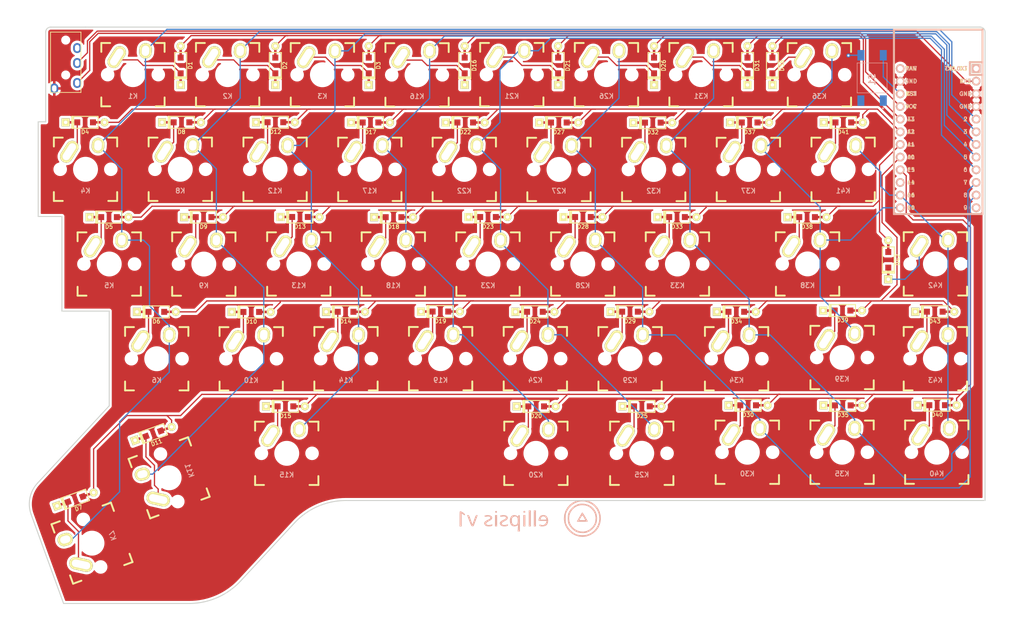
<source format=kicad_pcb>
(kicad_pcb (version 20211014) (generator pcbnew)
  (layers (0 "F.Cu" signal) (31 "B.Cu" signal) (34 "B.Paste" user) (35 "F.Paste" user) (36 "B.SilkS" user "B.Silkscreen") (37 "F.SilkS" user "F.Silkscreen") (38 "B.Mask" user) (39 "F.Mask" user) (44 "Edge.Cuts" user))
  (net 0 "")
  (net 1 "/row0")
  (net 2 "Net-(D1-Pad1)")
  (net 3 "Net-(D2-Pad1)")
  (net 4 "Net-(D3-Pad1)")
  (net 5 "/row1")
  (net 6 "Net-(D4-Pad1)")
  (net 7 "/row2")
  (net 8 "Net-(D5-Pad1)")
  (net 9 "/row3")
  (net 10 "Net-(D6-Pad1)")
  (net 11 "/row4")
  (net 12 "Net-(D7-Pad1)")
  (net 13 "Net-(D8-Pad1)")
  (net 14 "Net-(D9-Pad1)")
  (net 15 "Net-(D10-Pad1)")
  (net 16 "Net-(D11-Pad1)")
  (net 17 "Net-(D12-Pad1)")
  (net 18 "Net-(D13-Pad1)")
  (net 19 "Net-(D14-Pad1)")
  (net 20 "Net-(D15-Pad1)")
  (net 21 "Net-(D16-Pad1)")
  (net 22 "Net-(D17-Pad1)")
  (net 23 "Net-(D18-Pad1)")
  (net 24 "Net-(D19-Pad1)")
  (net 25 "Net-(D20-Pad1)")
  (net 26 "Net-(D21-Pad1)")
  (net 27 "Net-(D22-Pad1)")
  (net 28 "Net-(D23-Pad1)")
  (net 29 "Net-(D24-Pad1)")
  (net 30 "Net-(D25-Pad1)")
  (net 31 "Net-(D26-Pad1)")
  (net 32 "Net-(D27-Pad1)")
  (net 33 "Net-(D28-Pad1)")
  (net 34 "Net-(D29-Pad1)")
  (net 35 "Net-(D30-Pad1)")
  (net 36 "Net-(D31-Pad1)")
  (net 37 "Net-(D32-Pad1)")
  (net 38 "Net-(D33-Pad1)")
  (net 39 "Net-(D34-Pad1)")
  (net 40 "Net-(D35-Pad1)")
  (net 41 "Net-(D36-Pad1)")
  (net 42 "Net-(D37-Pad1)")
  (net 43 "Net-(D38-Pad1)")
  (net 44 "Net-(D39-Pad1)")
  (net 45 "Net-(D41-Pad1)")
  (net 46 "/col0")
  (net 47 "/col1")
  (net 48 "/col2")
  (net 49 "/col3")
  (net 50 "/col4")
  (net 51 "/col5")
  (net 52 "/col6")
  (net 53 "/col7")
  (net 54 "/col8")
  (net 56 "/RST")
  (net 58 "GND")
  (net 59 "/serial")
  (net 60 "Net-(D42-Pad1)")
  (net 61 "Net-(D43-Pad1)")
  (net 62 "VCC")
  (net 67 "Net-(K40-Pad1)")
  (footprint "keyboard_parts:D_SOD123_axial" (layer "F.Cu") (at 54.75 32.5 90)
    (fp_text reference "D1")
    (fp_text value "D_GRV" hide)
  )
  (footprint "keyboard_parts:D_SOD123_axial" (layer "F.Cu") (at 73.75 32.5 90)
    (fp_text reference "D2")
    (fp_text value "D_7" hide)
  )
  (footprint "keyboard_parts:D_SOD123_axial" (layer "F.Cu") (at 92.5 32.5 90)
    (fp_text reference "D3")
    (fp_text value "D_8" hide)
  )
  (footprint "keyboard_parts:D_SOD123_axial" (layer "F.Cu") (at 35.58 43.91)
    (fp_text reference "D4")
    (fp_text value "D_CR1" hide)
  )
  (footprint "keyboard_parts:D_SOD123_axial" (layer "F.Cu") (at 40.38 62.93)
    (fp_text reference "D5")
    (fp_text value "D_CR2" hide)
  )
  (footprint "keyboard_parts:D_SOD123_axial" (layer "F.Cu") (at 49.88 81.94)
    (fp_text reference "D6")
    (fp_text value "D_CR3" hide)
  )
  (footprint "keyboard_parts:D_SOD123_axial" (layer "F.Cu") (at 33.62 119.54 20)
    (fp_text reference "D7")
    (fp_text value "D_TR1" hide)
  )
  (footprint "keyboard_parts:D_SOD123_axial" (layer "F.Cu") (at 54.92 43.91)
    (fp_text reference "D8")
    (fp_text value "D_Y" hide)
  )
  (footprint "keyboard_parts:D_SOD123_axial" (layer "F.Cu") (at 59.35 62.93)
    (fp_text reference "D9")
    (fp_text value "D_H" hide)
  )
  (footprint "keyboard_parts:D_SOD123_axial" (layer "F.Cu") (at 68.92 81.96)
    (fp_text reference "D10")
    (fp_text value "D_N" hide)
  )
  (footprint "keyboard_parts:D_SOD123_axial" (layer "F.Cu") (at 49.27 106.37 20)
    (fp_text reference "D11")
    (fp_text value "D_TR2" hide)
  )
  (footprint "keyboard_parts:D_SOD123_axial" (layer "F.Cu") (at 73.77 43.89)
    (fp_text reference "D12")
    (fp_text value "D_U" hide)
  )
  (footprint "keyboard_parts:D_SOD123_axial" (layer "F.Cu") (at 78.7 62.9)
    (fp_text reference "D13")
    (fp_text value "D_J" hide)
  )
  (footprint "keyboard_parts:D_SOD123_axial" (layer "F.Cu") (at 87.85 81.93)
    (fp_text reference "D14")
    (fp_text value "D_M" hide)
  )
  (footprint "keyboard_parts:D_SOD123_axial" (layer "F.Cu") (at 75.785 100.9)
    (fp_text reference "D15")
    (fp_text value "D_TR3" hide)
  )
  (footprint "keyboard_parts:D_SOD123_axial" (layer "F.Cu") (at 111.75 32.5 90)
    (fp_text reference "D16")
    (fp_text value "D_9" hide)
  )
  (footprint "keyboard_parts:D_SOD123_axial" (layer "F.Cu") (at 92.85 43.94)
    (fp_text reference "D17")
    (fp_text value "D_I" hide)
  )
  (footprint "keyboard_parts:D_SOD123_axial" (layer "F.Cu") (at 97.47 62.94)
    (fp_text reference "D18")
    (fp_text value "D_K" hide)
  )
  (footprint "keyboard_parts:D_SOD123_axial" (layer "F.Cu") (at 106.88 81.88)
    (fp_text reference "D19")
    (fp_text value "D_COMM" hide)
  )
  (footprint "keyboard_parts:D_SOD123_axial" (layer "F.Cu") (at 126.1 100.91)
    (fp_text reference "D20")
    (fp_text value "D_FN" hide)
  )
  (footprint "keyboard_parts:D_SOD123_axial" (layer "F.Cu") (at 130.5 32.5 90)
    (fp_text reference "D21")
    (fp_text value "D_0" hide)
  )
  (footprint "keyboard_parts:D_SOD123_axial" (layer "F.Cu") (at 111.86 43.94)
    (fp_text reference "D22")
    (fp_text value "D_O" hide)
  )
  (footprint "keyboard_parts:D_SOD123_axial" (layer "F.Cu") (at 116.43 62.91)
    (fp_text reference "D23")
    (fp_text value "D_L" hide)
  )
  (footprint "keyboard_parts:D_SOD123_axial" (layer "F.Cu") (at 125.84 81.93)
    (fp_text reference "D24")
    (fp_text value "D_PER" hide)
  )
  (footprint "keyboard_parts:D_SOD123_axial" (layer "F.Cu") (at 147.31 100.9)
    (fp_text reference "D25")
    (fp_text value "D_RCTL" hide)
  )
  (footprint "keyboard_parts:D_SOD123_axial" (layer "F.Cu") (at 149.75 32.5 90)
    (fp_text reference "D26")
    (fp_text value "D_MIN" hide)
  )
  (footprint "keyboard_parts:D_SOD123_axial" (layer "F.Cu") (at 130.64 43.95)
    (fp_text reference "D27")
    (fp_text value "D_P" hide)
  )
  (footprint "keyboard_parts:D_SOD123_axial" (layer "F.Cu") (at 135.48 62.91)
    (fp_text reference "D28")
    (fp_text value "D_COLN" hide)
  )
  (footprint "keyboard_parts:D_SOD123_axial" (layer "F.Cu") (at 144.92 81.91)
    (fp_text reference "D29")
    (fp_text value "D_SLSH" hide)
  )
  (footprint "keyboard_parts:D_SOD123_axial" (layer "F.Cu") (at 168.63 100.69)
    (fp_text reference "D30")
    (fp_text value "D_LEFT" hide)
  )
  (footprint "keyboard_parts:D_SOD123_axial" (layer "F.Cu") (at 168.5 32.5 90)
    (fp_text reference "D31")
    (fp_text value "D_PLS" hide)
  )
  (footprint "keyboard_parts:D_SOD123_axial" (layer "F.Cu") (at 149.5 43.97)
    (fp_text reference "D32")
    (fp_text value "D_LBR" hide)
  )
  (footprint "keyboard_parts:D_SOD123_axial" (layer "F.Cu") (at 154.36 62.92)
    (fp_text reference "D33")
    (fp_text value "D_QUOT" hide)
  )
  (footprint "keyboard_parts:D_SOD123_axial" (layer "F.Cu") (at 166.26 81.93)
    (fp_text reference "D34")
    (fp_text value "D_RSFT" hide)
  )
  (footprint "keyboard_parts:D_SOD123_axial" (layer "F.Cu") (at 187.63 100.71)
    (fp_text reference "D35")
    (fp_text value "D_DOWN" hide)
  )
  (footprint "keyboard_parts:D_SOD123_axial" (layer "F.Cu") (at 173.5 32.5 90)
    (fp_text reference "D36")
    (fp_text value "D_BSPC" hide)
  )
  (footprint "keyboard_parts:D_SOD123_axial" (layer "F.Cu") (at 168.93 43.94)
    (fp_text reference "D37")
    (fp_text value "D_RBR" hide)
  )
  (footprint "keyboard_parts:D_SOD123_axial" (layer "F.Cu") (at 180.46 62.93)
    (fp_text reference "D38")
    (fp_text value "D_ENT" hide)
  )
  (footprint "keyboard_parts:D_SOD123_axial" (layer "F.Cu") (at 187.57 81.68)
    (fp_text reference "D39")
    (fp_text value "D_UP" hide)
  )
  (footprint "keyboard_parts:D_SOD123_axial" (layer "F.Cu") (at 206.56 100.67)
    (fp_text reference "D40")
    (fp_text value "D_RGHT" hide)
  )
  (footprint "keyboard_parts:D_SOD123_axial" (layer "F.Cu") (at 187.73 43.93)
    (fp_text reference "D41")
    (fp_text value "D_BSLS" hide)
  )
  (footprint "keebs:Mx_Alps_100" (layer "F.Cu") (at 64.18 34.34)
    (fp_text reference "K2")
    (fp_text value "KEY_7" hide)
  )
  (footprint "keebs:Mx_Alps_100" (layer "F.Cu") (at 83.2 34.36)
    (fp_text reference "K3")
    (fp_text value "KEY_8" hide)
  )
  (footprint "keebs:Mx_Alps_100" (layer "F.Cu") (at 35.66 53.33)
    (fp_text reference "K4")
    (fp_text value "KEY_CR1" hide)
  )
  (footprint "keebs:Mx_Alps_100" (layer "F.Cu") (at 40.42 72.34)
    (fp_text reference "K5")
    (fp_text value "KEY_CR2" hide)
  )
  (footprint "keebs:Mx_Alps_100" (layer "F.Cu") (at 49.95 91.35)
    (fp_text reference "K6")
    (fp_text value "KEY_CR3" hide)
  )
  (footprint "keebs:Mx_Alps_100" (layer "F.Cu") (at 36.96 128.36 110)
    (fp_text reference "K7")
    (fp_text value "KEY_TR1" hide)
  )
  (footprint "keebs:Mx_Alps_100" (layer "F.Cu") (at 54.68 53.33)
    (fp_text reference "K8")
    (fp_text value "KEY_Y" hide)
  )
  (footprint "keebs:Mx_Alps_100" (layer "F.Cu") (at 59.4 72.35)
    (fp_text reference "K9")
    (fp_text value "KEY_H" hide)
  )
  (footprint "keebs:Mx_Alps_100" (layer "F.Cu") (at 68.91 91.36)
    (fp_text reference "K10")
    (fp_text value "KEY_N" hide)
  )
  (footprint "keebs:Mx_Alps_100" (layer "F.Cu") (at 73.7 53.33)
    (fp_text reference "K12")
    (fp_text value "KEY_U" hide)
  )
  (footprint "keebs:Mx_Alps_100" (layer "F.Cu") (at 78.46 72.33)
    (fp_text reference "K13")
    (fp_text value "KEY_J" hide)
  )
  (footprint "keebs:Mx_Alps_100" (layer "F.Cu") (at 87.93 91.34)
    (fp_text reference "K14")
    (fp_text value "KEY_M" hide)
  )
  (footprint "keebs:Mx_Alps_125" (layer "F.Cu") (at 76.04 110.33)
    (fp_text reference "K15")
    (fp_text value "KEY_TR3" hide)
  )
  (footprint "keebs:Mx_Alps_100" (layer "F.Cu") (at 102.19 34.38)
    (fp_text reference "K16")
    (fp_text value "KEY_9" hide)
  )
  (footprint "keebs:Mx_Alps_100" (layer "F.Cu") (at 92.71 53.34)
    (fp_text reference "K17")
    (fp_text value "KEY_I" hide)
  )
  (footprint "keebs:Mx_Alps_100" (layer "F.Cu") (at 97.43 72.33)
    (fp_text reference "K18")
    (fp_text value "KEY_K" hide)
  )
  (footprint "keebs:Mx_Alps_100" (layer "F.Cu") (at 106.92 91.33)
    (fp_text reference "K19")
    (fp_text value "KEY_COMM" hide)
  )
  (footprint "keebs:Mx_Alps_100" (layer "F.Cu") (at 121.2 34.33)
    (fp_text reference "K21")
    (fp_text value "KEY_0" hide)
  )
  (footprint "keebs:Mx_Alps_100" (layer "F.Cu") (at 111.67 53.35)
    (fp_text reference "K22")
    (fp_text value "KEY_O" hide)
  )
  (footprint "keebs:Mx_Alps_100" (layer "F.Cu") (at 116.43 72.34)
    (fp_text reference "K23")
    (fp_text value "KEY_L" hide)
  )
  (footprint "keebs:Mx_Alps_100" (layer "F.Cu") (at 125.93 91.33)
    (fp_text reference "K24")
    (fp_text value "KEY_PER" hide)
  )
  (footprint "keebs:Mx_Alps_125" (layer "F.Cu") (at 147.28 110.32)
    (fp_text reference "K25")
    (fp_text value "KEY_RCTL" hide)
  )
  (footprint "keebs:Mx_Alps_100" (layer "F.Cu") (at 140.2 34.34)
    (fp_text reference "K26")
    (fp_text value "KEY_MIN" hide)
  )
  (footprint "keebs:Mx_Alps_100" (layer "F.Cu") (at 130.67 53.36)
    (fp_text reference "K27")
    (fp_text value "KEY_P" hide)
  )
  (footprint "keebs:Mx_Alps_100" (layer "F.Cu") (at 135.44 72.34)
    (fp_text reference "K28")
    (fp_text value "KEY_COLN" hide)
  )
  (footprint "keebs:Mx_Alps_100" (layer "F.Cu") (at 144.94 91.35)
    (fp_text reference "K29")
    (fp_text value "KEY_SLSH" hide)
  )
  (footprint "keebs:Mx_Alps_100" (layer "F.Cu") (at 168.47 110.11)
    (fp_text reference "K30")
    (fp_text value "KEY_LEFT" hide)
  )
  (footprint "keebs:Mx_Alps_100" (layer "F.Cu") (at 159.175 34.34)
    (fp_text reference "K31")
    (fp_text value "KEY_PLS" hide)
  )
  (footprint "keebs:Mx_Alps_100" (layer "F.Cu") (at 149.68 53.37)
    (fp_text reference "K32")
    (fp_text value "KEY_LBR" hide)
  )
  (footprint "keebs:Mx_Alps_100" (layer "F.Cu") (at 154.44 72.34)
    (fp_text reference "K33")
    (fp_text value "KEY_QUOT" hide)
  )
  (footprint "keebs:Mx_Alps_125" (layer "F.Cu") (at 166.31 91.35)
    (fp_text reference "K34")
    (fp_text value "KEY_RSFT" hide)
  )
  (footprint "keebs:Mx_Alps_100" (layer "F.Cu") (at 187.48 110.11)
    (fp_text reference "K35")
    (fp_text value "KEY_DOWN" hide)
  )
  (footprint "keebs:Mx_Alps_150" (layer "F.Cu") (at 182.93 34.36)
    (fp_text reference "K36")
    (fp_text value "KEY_BSPC" hide)
  )
  (footprint "keebs:Mx_Alps_100" (layer "F.Cu") (at 168.68 53.36)
    (fp_text reference "K37")
    (fp_text value "KEY_RBR" hide)
  )
  (footprint "keebs:Mx_Alps_175" (layer "F.Cu") (at 180.56 72.32)
    (fp_text reference "K38")
    (fp_text value "KEY_ENT" hide)
  )
  (footprint "keebs:Mx_Alps_100" (layer "F.Cu") (at 206.48 110.1)
    (fp_text reference "K40")
    (fp_text value "KEY_RGHT" hide)
  )
  (footprint "keebs:Mx_Alps_100" (layer "F.Cu") (at 187.69 53.34)
    (fp_text reference "K41")
    (fp_text value "KEY_BSLS" hide)
  )
  (footprint "keebio:TRRS-PJ-320A" (layer "F.Cu") (at 31.69 25.81)
    (fp_text reference "U1")
    (fp_text value "TRRS")
  )
  (footprint "keebs:Mx_Alps_125" (layer "F.Cu") (at 126.04 110.33)
    (fp_text reference "K20")
    (fp_text value "KEY_FN" hide)
  )
  (footprint "keebs:Mx_Alps_100" (layer "F.Cu") (at 45.18 34.34)
    (fp_text reference "K1")
    (fp_text value "KEY_GRV" hide)
  )
  (footprint "keebs:Mx_Alps_125" (layer "F.Cu") (at 52.44 115.24 110)
    (fp_text reference "K11")
    (fp_text value "KEY_TR2" hide)
  )
  (footprint "keyboard_parts:D_SOD123_axial" (layer "F.Cu") (at 196.75 71.5 90)
    (fp_text reference "D42")
    (fp_text value "D_RR1" hide)
  )
  (footprint "keyboard_parts:D_SOD123_axial" (layer "F.Cu") (at 206.08 81.91)
    (fp_text reference "D43")
    (fp_text value "D_RR2" hide)
  )
  (footprint "keebs:Mx_Alps_100" (layer "F.Cu") (at 206.21 72.31)
    (fp_text reference "K42")
    (fp_text value "KEY_RR1" hide)
  )
  (footprint "keebs:Mx_Alps_100" (layer "F.Cu") (at 187.48 91.1)
    (fp_text reference "K39")
    (fp_text value "KEY_UP" hide)
  )
  (footprint "keebs:Mx_Alps_100" (layer "F.Cu") (at 206.2 91.34)
    (fp_text reference "K43")
    (fp_text value "KEY_RR2" hide)
  )
  (footprint "keebio:ArduinoProMicro-USBC-Alibaba" (layer "B.Cu") (at 206.77 47.08475 -90)
    (fp_text reference "U2" hide)
    (fp_text value "ProMicro USBC" hide)
  )
  (footprint "mouser:LL3301NF065QG" (layer "B.Cu") (at 193.5 35 90)
    (fp_text reference "S1")
    (fp_text value "RST_SW" hide)
  )
  (footprint "graphics:emblem_with_version" (layer "B.Cu") (at 124.52 123.39 180)
    (fp_text reference "G***" hide)
    (fp_text value "LOGO" hide)
  )
  (gr_line (start 26.025383 116.31141) (end 40.42 100.8) (layer "Edge.Cuts") (width 0.2))
  (gr_line (start 31.251 140.461) (end 24.752674 122.606051) (layer "Edge.Cuts") (width 0.2))
  (gr_arc (start 215.17 24.8) (mid 215.877107 25.092893) (end 216.17 25.8) (layer "Edge.Cuts") (width 0.2))
  (gr_line (start 216.17 119.8) (end 87.92 119.8003) (layer "Edge.Cuts") (width 0.2))
  (gr_line (start 30.92 62.8) (end 26.17 62.8) (layer "Edge.Cuts") (width 0.2))
  (gr_arc (start 24.752674 122.606051) (mid 24.503453 119.279677) (end 26.025383 116.31141) (layer "Edge.Cuts") (width 0.2))
  (gr_line (start 30.92 81.8) (end 30.92 62.8) (layer "Edge.Cuts") (width 0.2))
  (gr_line (start 27.67 43.8) (end 26.17 43.8) (layer "Edge.Cuts") (width 0.2))
  (gr_line (start 28.67 24.8) (end 35.67 24.8) (layer "Edge.Cuts") (width 0.2))
  (gr_line (start 197.17 24.8) (end 215.17 24.8) (layer "Edge.Cuts") (width 0.2))
  (gr_line (start 40.42 100.8) (end 40.42 81.8) (layer "Edge.Cuts") (width 0.2))
  (gr_line (start 26.17 62.8) (end 26.17 43.8) (layer "Edge.Cuts") (width 0.2))
  (gr_line (start 197.17 24.8) (end 35.67 24.8) (layer "Edge.Cuts") (width 0.2))
  (gr_line (start 27.67 25.8) (end 27.67 43.8) (layer "Edge.Cuts") (width 0.2))
  (gr_arc (start 27.67 25.8) (mid 27.962893 25.092893) (end 28.67 24.8) (layer "Edge.Cuts") (width 0.2))
  (gr_line (start 216.17 25.8) (end 216.17 62.8) (layer "Edge.Cuts") (width 0.2))
  (gr_arc (start 77.589232 124.307154) (mid 82.284476 120.976057) (end 87.92 119.8003) (layer "Edge.Cuts") (width 0.2))
  (gr_arc (start 66.781818 135.953792) (mid 62.086557 139.284928) (end 56.451 140.4607) (layer "Edge.Cuts") (width 0.2))
  (gr_line (start 216.17 62.8) (end 216.17 119.8) (layer "Edge.Cuts") (width 0.2))
  (gr_line (start 40.42 81.8) (end 30.92 81.8) (layer "Edge.Cuts") (width 0.2))
  (gr_line (start 31.251 140.461) (end 56.451 140.4607) (layer "Edge.Cuts") (width 0.2))
  (gr_line (start 66.781818 135.953792) (end 77.589232 124.307154) (layer "Edge.Cuts") (width 0.2))
  (segment (start 130.5 28.6) (end 132.6 26.5) (width 0.25) (layer "F.Cu") (net 1))
  (segment (start 199.15 43.27475) (end 191.75 35.87475) (width 0.25) (layer "F.Cu") (net 1))
  (segment (start 94.6 26.5) (end 95 26.5) (width 0.25) (layer "F.Cu") (net 1))
  (segment (start 175.5 26.6) (end 175.5 26.5) (width 0.25) (layer "F.Cu") (net 1))
  (segment (start 76.25 26.5) (end 56.85 26.5) (width 0.25) (layer "F.Cu") (net 1))
  (segment (start 191.75 27.25) (end 191 26.5) (width 0.25) (layer "F.Cu") (net 1))
  (segment (start 132.75 26.5) (end 114 26.5) (width 0.25) (layer "F.Cu") (net 1))
  (segment (start 113.85 26.5) (end 114 26.5) (width 0.25) (layer "F.Cu") (net 1))
  (segment (start 132.6 26.5) (end 132.75 26.5) (width 0.25) (layer "F.Cu") (net 1))
  (segment (start 149.75 28.6) (end 151.75 26.6) (width 0.25) (layer "F.Cu") (net 1))
  (segment (start 114 26.5) (end 95 26.5) (width 0.25) (layer "F.Cu") (net 1))
  (segment (start 95 26.5) (end 76.25 26.5) (width 0.25) (layer "F.Cu") (net 1))
  (segment (start 175.5 26.5) (end 170.5 26.5) (width 0.25) (layer "F.Cu") (net 1))
  (segment (start 75.85 26.5) (end 76.25 26.5) (width 0.25) (layer "F.Cu") (net 1))
  (segment (start 173.5 28.6) (end 175.5 26.6) (width 0.25) (layer "F.Cu") (net 1))
  (segment (start 111.75 28.6) (end 113.85 26.5) (width 0.25) (layer "F.Cu") (net 1))
  (segment (start 56.85 26.5) (end 54.75 28.6) (width 0.25) (layer "F.Cu") (net 1))
  (segment (start 168.5 28.6) (end 170.5 26.6) (width 0.25) (layer "F.Cu") (net 1))
  (segment (start 191.75 35.87475) (end 191.75 27.25) (width 0.25) (layer "F.Cu") (net 1))
  (segment (start 151.75 26.5) (end 132.75 26.5) (width 0.25) (layer "F.Cu") (net 1))
  (segment (start 191 26.5) (end 175.5 26.5) (width 0.25) (layer "F.Cu") (net 1))
  (segment (start 170.5 26.5) (end 151.75 26.5) (width 0.25) (layer "F.Cu") (net 1))
  (segment (start 73.75 28.6) (end 75.85 26.5) (width 0.25) (layer "F.Cu") (net 1))
  (segment (start 151.75 26.6) (end 151.75 26.5) (width 0.25) (layer "F.Cu") (net 1))
  (segment (start 170.5 26.6) (end 170.5 26.5) (width 0.25) (layer "F.Cu") (net 1))
  (segment (start 92.5 28.6) (end 94.6 26.5) (width 0.25) (layer "F.Cu") (net 1))
  (segment (start 47.25 32.5) (end 53.175 32.5) (width 0.25) (layer "F.Cu") (net 2))
  (segment (start 41.925 30.82) (end 42.485505 31.380505) (width 0.25) (layer "F.Cu") (net 2))
  (segment (start 42.485505 31.380505) (end 46.130505 31.380505) (width 0.25) (layer "F.Cu") (net 2))
  (segment (start 46.130505 31.380505) (end 47.25 32.5) (width 0.25) (layer "F.Cu") (net 2))
  (segment (start 53.175 32.5) (end 54.75 34.075) (width 0.25) (layer "F.Cu") (net 2))
  (segment (start 72.175 32.5) (end 73.75 34.075) (width 0.25) (layer "F.Cu") (net 3))
  (segment (start 65.380505 31.380505) (end 66.5 32.5) (width 0.25) (layer "F.Cu") (net 3))
  (segment (start 60.925 30.82) (end 61.485505 31.380505) (width 0.25) (layer "F.Cu") (net 3))
  (segment (start 61.485505 31.380505) (end 65.380505 31.380505) (width 0.25) (layer "F.Cu") (net 3))
  (segment (start 66.5 32.5) (end 72.175 32.5) (width 0.25) (layer "F.Cu") (net 3))
  (segment (start 83.84 30.84) (end 85.5 32.5) (width 0.25) (layer "F.Cu") (net 4))
  (segment (start 79.945 30.84) (end 83.84 30.84) (width 0.25) (layer "F.Cu") (net 4))
  (segment (start 85.5 32.5) (end 90.925 32.5) (width 0.25) (layer "F.Cu") (net 4))
  (segment (start 90.925 32.5) (end 92.5 34.075) (width 0.25) (layer "F.Cu") (net 4))
  (segment (start 42.34 43.91) (end 39.48 43.91) (width 0.25) (layer "F.Cu") (net 5))
  (segment (start 100 41.25) (end 80.75 41.25) (width 0.25) (layer "F.Cu") (net 5))
  (segment (start 99.44 41.25) (end 100 41.25) (width 0.25) (layer "F.Cu") (net 5))
  (segment (start 118.75 41.25) (end 100 41.25) (width 0.25) (layer "F.Cu") (net 5))
  (segment (start 134.54 43.95) (end 137.24 41.25) (width 0.25) (layer "F.Cu") (net 5))
  (segment (start 175.52 41.25) (end 176 41.25) (width 0.25) (layer "F.Cu") (net 5))
  (segment (start 80.31 41.25) (end 80.75 41.25) (width 0.25) (layer "F.Cu") (net 5))
  (segment (start 191.63 43.93) (end 191.63 42.37) (width 0.25) (layer "F.Cu") (net 5))
  (segment (start 172.83 43.94) (end 175.52 41.25) (width 0.25) (layer "F.Cu") (net 5))
  (segment (start 45 41.25) (end 42.34 43.91) (width 0.25) (layer "F.Cu") (net 5))
  (segment (start 61.48 41.25) (end 61.75 41.25) (width 0.25) (layer "F.Cu") (net 5))
  (segment (start 194.58525 41.25) (end 192.75 41.25) (width 0.25) (layer "F.Cu") (net 5))
  (segment (start 118.45 41.25) (end 118.75 41.25) (width 0.25) (layer "F.Cu") (net 5))
  (segment (start 58.82 43.91) (end 61.48 41.25) (width 0.25) (layer "F.Cu") (net 5))
  (segment (start 96.75 43.94) (end 99.44 41.25) (width 0.25) (layer "F.Cu") (net 5))
  (segment (start 137.24 41.25) (end 138 41.25) (width 0.25) (layer "F.Cu") (net 5))
  (segment (start 61.75 41.25) (end 45 41.25) (width 0.25) (layer "F.Cu") (net 5))
  (segment (start 191.63 42.37) (end 192.75 41.25) (width 0.25) (layer "F.Cu") (net 5))
  (segment (start 138 41.25) (end 118.75 41.25) (width 0.25) (layer "F.Cu") (net 5))
  (segment (start 192.75 41.25) (end 176 41.25) (width 0.25) (layer "F.Cu") (net 5))
  (segment (start 199.15 45.81475) (end 194.58525 41.25) (width 0.25) (layer "F.Cu") (net 5))
  (segment (start 156 41.37) (end 156 41.25) (width 0.25) (layer "F.Cu") (net 5))
  (segment (start 153.4 43.97) (end 156 41.37) (width 0.25) (layer "F.Cu") (net 5))
  (segment (start 176 41.25) (end 156 41.25) (width 0.25) (layer "F.Cu") (net 5))
  (segment (start 156 41.25) (end 138 41.25) (width 0.25) (layer "F.Cu") (net 5))
  (segment (start 77.67 43.89) (end 80.31 41.25) (width 0.25) (layer "F.Cu") (net 5))
  (segment (start 115.76 43.94) (end 118.45 41.25) (width 0.25) (layer "F.Cu") (net 5))
  (segment (start 80.75 41.25) (end 61.75 41.25) (width 0.25) (layer "F.Cu") (net 5))
  (segment (start 34.005 48.21) (end 32.405 49.81) (width 0.25) (layer "F.Cu") (net 6))
  (segment (start 34.005 43.91) (end 34.005 48.21) (width 0.25) (layer "F.Cu") (net 6))
  (segment (start 103.5 60.75) (end 84.75 60.75) (width 0.25) (layer "F.Cu") (net 7))
  (segment (start 65.5 60.75) (end 49 60.75) (width 0.25) (layer "F.Cu") (net 7))
  (segment (start 49 60.75) (end 46.82 62.93) (width 0.25) (layer "F.Cu") (net 7))
  (segment (start 84.75 60.75) (end 65.5 60.75) (width 0.25) (layer "F.Cu") (net 7))
  (segment (start 195 65.85) (end 195 59.25) (width 0.25) (layer "F.Cu") (net 7))
  (segment (start 195 59.5) (end 193.75 60.75) (width 0.25) (layer "F.Cu") (net 7))
  (segment (start 122.75 60.75) (end 103.5 60.75) (width 0.25) (layer "F.Cu") (net 7))
  (segment (start 101.37 62.94) (end 103.5 60.81) (width 0.25) (layer "F.Cu") (net 7))
  (segment (start 187 60.75) (end 160.25 60.75) (width 0.25) (layer "F.Cu") (net 7))
  (segment (start 65.43 60.75) (end 65.5 60.75) (width 0.25) (layer "F.Cu") (net 7))
  (segment (start 195 52.50475) (end 195 59.25) (width 0.25) (layer "F.Cu") (net 7))
  (segment (start 195 59.25) (end 195 59.5) (width 0.25) (layer "F.Cu") (net 7))
  (segment (start 184.36 62.93) (end 186.54 60.75) (width 0.25) (layer "F.Cu") (net 7))
  (segment (start 139.38 62.91) (end 141.5 60.79) (width 0.25) (layer "F.Cu") (net 7))
  (segment (start 141.5 60.79) (end 141.5 60.75) (width 0.25) (layer "F.Cu") (net 7))
  (segment (start 193.75 60.75) (end 187 60.75) (width 0.25) (layer "F.Cu") (net 7))
  (segment (start 63.25 62.93) (end 65.43 60.75) (width 0.25) (layer "F.Cu") (net 7))
  (segment (start 141.5 60.75) (end 122.75 60.75) (width 0.25) (layer "F.Cu") (net 7))
  (segment (start 122.49 60.75) (end 122.75 60.75) (width 0.25) (layer "F.Cu") (net 7))
  (segment (start 186.54 60.75) (end 187 60.75) (width 0.25) (layer "F.Cu") (net 7))
  (segment (start 120.33 62.91) (end 122.49 60.75) (width 0.25) (layer "F.Cu") (net 7))
  (segment (start 160.25 60.75) (end 141.5 60.75) (width 0.25) (layer "F.Cu") (net 7))
  (segment (start 46.82 62.93) (end 44.28 62.93) (width 0.25) (layer "F.Cu") (net 7))
  (segment (start 196.75 67.6) (end 195 65.85) (width 0.25) (layer "F.Cu") (net 7))
  (segment (start 158.26 62.92) (end 160.25 60.93) (width 0.25) (layer "F.Cu") (net 7))
  (segment (start 82.6 62.9) (end 84.75 60.75) (width 0.25) (layer "F.Cu") (net 7))
  (segment (start 160.25 60.93) (end 160.25 60.75) (width 0.25) (layer "F.Cu") (net 7))
  (segment (start 199.15 48.35475) (end 195 52.50475) (width 0.25) (layer "F.Cu") (net 7))
  (segment (start 103.5 60.81) (end 103.5 60.75) (width 0.25) (layer "F.Cu") (net 7))
  (segment (start 38.805 62.93) (end 38.805 67.18) (width 0.25) (layer "F.Cu") (net 8))
  (segment (start 38.805 67.18) (end 37.165 68.82) (width 0.25) (layer "F.Cu") (net 8))
  (segment (start 195.5 54.54475) (end 195.5 64) (width 0.25) (layer "F.Cu") (net 9))
  (segment (start 131.75 79.75) (end 113.5 79.75) (width 0.25) (layer "F.Cu") (net 9))
  (segment (start 131.75 79.92) (end 131.75 79.75) (width 0.25) (layer "F.Cu") (net 9))
  (segment (start 91.75 81.93) (end 93.75 79.93) (width 0.25) (layer "F.Cu") (net 9))
  (segment (start 113.5 79.75) (end 93.75 79.75) (width 0.25) (layer "F.Cu") (net 9))
  (segment (start 195.25 79.75) (end 193.25 79.75) (width 0.25) (layer "F.Cu") (net 9))
  (segment (start 172.34 79.75) (end 172.5 79.75) (width 0.25) (layer "F.Cu") (net 9))
  (segment (start 195.5 64) (end 198.5 67) (width 0.25) (layer "F.Cu") (net 9))
  (segment (start 195.25 79.75) (end 207.82 79.75) (width 0.25) (layer "F.Cu") (net 9))
  (segment (start 57.81 81.94) (end 53.78 81.94) (width 0.25) (layer "F.Cu") (net 9))
  (segment (start 148.82 81.91) (end 150.98 79.75) (width 0.25) (layer "F.Cu") (net 9))
  (segment (start 199.15 50.89475) (end 195.5 54.54475) (width 0.25) (layer "F.Cu") (net 9))
  (segment (start 150.98 79.75) (end 151 79.75) (width 0.25) (layer "F.Cu") (net 9))
  (segment (start 170.16 81.93) (end 172.34 79.75) (width 0.25) (layer "F.Cu") (net 9))
  (segment (start 207.82 79.75) (end 209.98 81.91) (width 0.25) (layer "F.Cu") (net 9))
  (segment (start 193.25 79.9) (end 193.25 79.75) (width 0.25) (layer "F.Cu") (net 9))
  (segment (start 72.82 81.96) (end 74.75 80.03) (width 0.25) (layer "F.Cu") (net 9))
  (segment (start 74.75 80.03) (end 74.75 79.75) (width 0.25) (layer "F.Cu") (net 9))
  (segment (start 93.75 79.93) (end 93.75 79.75) (width 0.25) (layer "F.Cu") (net 9))
  (segment (start 110.78 81.88) (end 112.91 79.75) (width 0.25) (layer "F.Cu") (net 9))
  (segment (start 74.75 79.75) (end 60 79.75) (width 0.25) (layer "F.Cu") (net 9))
  (segment (start 112.91 79.75) (end 113.5 79.75) (width 0.25) (layer "F.Cu") (net 9))
  (segment (start 151 79.75) (end 131.75 79.75) (width 0.25) (layer "F.Cu") (net 9))
  (segment (start 93.75 79.75) (end 74.75 79.75) (width 0.25) (layer "F.Cu") (net 9))
  (segment (start 191.47 81.68) (end 193.25 79.9) (width 0.25) (layer "F.Cu") (net 9))
  (segment (start 60 79.75) (end 57.81 81.94) (width 0.25) (layer "F.Cu") (net 9))
  (segment (start 129.74 81.93) (end 131.75 79.92) (width 0.25) (layer "F.Cu") (net 9))
  (segment (start 193.25 79.75) (end 172.5 79.75) (width 0.25) (layer "F.Cu") (net 9))
  (segment (start 198.5 76.5) (end 195.25 79.75) (width 0.25) (layer "F.Cu") (net 9))
  (segment (start 172.5 79.75) (end 151 79.75) (width 0.25) (layer "F.Cu") (net 9))
  (segment (start 198.5 67) (end 198.5 76.5) (width 0.25) (layer "F.Cu") (net 9))
  (segment (start 48.305 86.22) (end 46.695 87.83) (width 0.25) (layer "F.Cu") (net 10))
  (segment (start 48.305 81.94) (end 48.305 86.22) (width 0.25) (layer "F.Cu") (net 10))
  (segment (start 191.53 100.71) (end 193.74 98.5) (width 0.25) (layer "F.Cu") (net 11))
  (segment (start 52.934801 103.684801) (end 52 102.75) (width 0.25) (layer "F.Cu") (net 11))
  (segment (start 172.53 100.69) (end 174.72 98.5) (width 0.25) (layer "F.Cu") (net 11))
  (segment (start 201.75 63.5) (end 211.75 63.5) (width 0.25) (layer "F.Cu") (net 11))
  (segment (start 37.284801 109.465199) (end 37.284801 118.206121) (width 0.25) (layer "F.Cu") (net 11))
  (segment (start 174.72 98.5) (end 175 98.5) (width 0.25) (layer "F.Cu") (net 11))
  (segment (start 54.75 102.75) (end 52 102.75) (width 0.25) (layer "F.Cu") (net 11))
  (segment (start 132.75 98.5) (end 82.25 98.5) (width 0.25) (layer "F.Cu") (net 11))
  (segment (start 200.3513 54.63605) (end 200.3513 62.1013) (width 0.25) (layer "F.Cu") (net 11))
  (segment (start 210.46 99.29) (end 211.375 98.375) (width 0.25) (layer "F.Cu") (net 11))
  (segment (start 52 102.75) (end 44 102.75) (width 0.25) (layer "F.Cu") (net 11))
  (segment (start 213.25 65) (end 213.25 96.5) (width 0.25) (layer "F.Cu") (net 11))
  (segment (start 82.25 98.5) (end 59 98.5) (width 0.25) (layer "F.Cu") (net 11))
  (segment (start 153.5 98.61) (end 153.5 98.5) (width 0.25) (layer "F.Cu") (net 11))
  (segment (start 213.25 96.5) (end 211.375 98.375) (width 0.25) (layer "F.Cu") (net 11))
  (segment (start 44 102.75) (end 37.284801 109.465199) (width 0.25) (layer "F.Cu") (net 11))
  (segment (start 199.15 53.43475) (end 200.3513 54.63605) (width 0.25) (layer "F.Cu") (net 11))
  (segment (start 52.934801 105.036121) (end 52.934801 103.684801) (width 0.25) (layer "F.Cu") (net 11))
  (segment (start 211.375 98.375) (end 211.25 98.5) (width 0.25) (layer "F.Cu") (net 11))
  (segment (start 194 98.5) (end 175 98.5) (width 0.25) (layer "F.Cu") (net 11))
  (segment (start 200.3513 62.1013) (end 201.75 63.5) (width 0.25) (layer "F.Cu") (net 11))
  (segment (start 153.5 98.5) (end 132.75 98.5) (width 0.25) (layer "F.Cu") (net 11))
  (segment (start 211.75 63.5) (end 213.25 65) (width 0.25) (layer "F.Cu") (net 11))
  (segment (start 151.21 100.9) (end 153.5 98.61) (width 0.25) (layer "F.Cu") (net 11))
  (segment (start 193.74 98.5) (end 194 98.5) (width 0.25) (layer "F.Cu") (net 11))
  (segment (start 79.685 100.9) (end 82.085 98.5) (width 0.25) (layer "F.Cu") (net 11))
  (segment (start 175 98.5) (end 153.5 98.5) (width 0.25) (layer "F.Cu") (net 11))
  (segment (start 130 100.91) (end 132.41 98.5) (width 0.25) (layer "F.Cu") (net 11))
  (segment (start 59 98.5) (end 54.75 102.75) (width 0.25) (layer "F.Cu") (net 11))
  (segment (start 210.46 100.67) (end 210.46 99.29) (width 0.25) (layer "F.Cu") (net 11))
  (segment (start 211.25 98.5) (end 194 98.5) (width 0.25) (layer "F.Cu") (net 11))
  (segment (start 132.41 98.5) (end 132.75 98.5) (width 0.25) (layer "F.Cu") (net 11))
  (segment (start 82.085 98.5) (end 82.25 98.5) (width 0.25) (layer "F.Cu") (net 11))
  (segment (start 34.25 126) (end 34.25 132.107052) (width 0.25) (layer "F.Cu") (net 12))
  (segment (start 32.139984 120.078682) (end 32.139984 123.889984) (width 0.25) (layer "F.Cu") (net 12))
  (segment (start 34.25 132.107052) (end 34.765558 132.62261) (width 0.25) (layer "F.Cu") (net 12))
  (segment (start 32.139984 123.889984) (end 34.25 126) (width 0.25) (layer "F.Cu") (net 12))
  (segment (start 53.345 47.89) (end 51.425 49.81) (width 0.25) (layer "F.Cu") (net 13))
  (segment (start 53.345 43.91) (end 53.345 47.89) (width 0.25) (layer "F.Cu") (net 13))
  (segment (start 57.775 62.93) (end 57.775 67.2) (width 0.25) (layer "F.Cu") (net 14))
  (segment (start 57.775 67.2) (end 56.145 68.83) (width 0.25) (layer "F.Cu") (net 14))
  (segment (start 67.345 86.15) (end 65.655 87.84) (width 0.25) (layer "F.Cu") (net 15))
  (segment (start 67.345 81.96) (end 67.345 86.15) (width 0.25) (layer "F.Cu") (net 15))
  (segment (start 47.789984 106.908682) (end 47.789984 111.039984) (width 0.25) (layer "F.Cu") (net 16))
  (segment (start 50.245558 117.495558) (end 50.245558 119.50261) (width 0.25) (layer "F.Cu") (net 16))
  (segment (start 47.789984 111.039984) (end 49.5 112.75) (width 0.25) (layer "F.Cu") (net 16))
  (segment (start 49.5 112.75) (end 49.5 116.75) (width 0.25) (layer "F.Cu") (net 16))
  (segment (start 49.5 116.75) (end 50.245558 117.495558) (width 0.25) (layer "F.Cu") (net 16))
  (segment (start 72.195 43.89) (end 72.195 48.06) (width 0.25) (layer "F.Cu") (net 17))
  (segment (start 72.195 48.06) (end 70.445 49.81) (width 0.25) (layer "F.Cu") (net 17))
  (segment (start 77.125 66.89) (end 75.205 68.81) (width 0.25) (layer "F.Cu") (net 18))
  (segment (start 77.125 62.9) (end 77.125 66.89) (width 0.25) (layer "F.Cu") (net 18))
  (segment (start 86.275 86.22) (end 84.675 87.82) (width 0.25) (layer "F.Cu") (net 19))
  (segment (start 86.275 81.93) (end 86.275 86.22) (width 0.25) (layer "F.Cu") (net 19))
  (segment (start 74.21 100.9) (end 74.21 105.385) (width 0.25) (layer "F.Cu") (net 20))
  (segment (start 74.21 105.385) (end 72.785 106.81) (width 0.25) (layer "F.Cu") (net 20))
  (segment (start 99.4977 31.4227) (end 103.1727 31.4227) (width 0.25) (layer "F.Cu") (net 21))
  (segment (start 98.935 30.86) (end 99.4977 31.4227) (width 0.25) (layer "F.Cu") (net 21))
  (segment (start 104.25 32.5) (end 110.175 32.5) (width 0.25) (layer "F.Cu") (net 21))
  (segment (start 103.1727 31.4227) (end 104.25 32.5) (width 0.25) (layer "F.Cu") (net 21))
  (segment (start 110.175 32.5) (end 111.75 34.075) (width 0.25) (layer "F.Cu") (net 21))
  (segment (start 91.275 48) (end 89.455 49.82) (width 0.25) (layer "F.Cu") (net 22))
  (segment (start 91.275 43.94) (end 91.275 48) (width 0.25) (layer "F.Cu") (net 22))
  (segment (start 95.895 67.09) (end 94.175 68.81) (width 0.25) (layer "F.Cu") (net 23))
  (segment (start 95.895 62.94) (end 95.895 67.09) (width 0.25) (layer "F.Cu") (net 23))
  (segment (start 105.305 81.88) (end 105.305 86.17) (width 0.25) (layer "F.Cu") (net 24))
  (segment (start 105.305 86.17) (end 103.665 87.81) (width 0.25) (layer "F.Cu") (net 24))
  (segment (start 124.525 105.07) (end 122.785 106.81) (width 0.25) (layer "F.Cu") (net 25))
  (segment (start 124.525 100.91) (end 124.525 105.07) (width 0.25) (layer "F.Cu") (net 25))
  (segment (start 123.25 32.5) (end 128.925 32.5) (width 0.25) (layer "F.Cu") (net 26))
  (segment (start 121.56 30.81) (end 123.25 32.5) (width 0.25) (layer "F.Cu") (net 26))
  (segment (start 117.945 30.81) (end 121.56 30.81) (width 0.25) (layer "F.Cu") (net 26))
  (segment (start 128.925 32.5) (end 130.5 34.075) (width 0.25) (layer "F.Cu") (net 26))
  (segment (start 110.285 47.96) (end 108.415 49.83) (width 0.25) (layer "F.Cu") (net 27))
  (segment (start 110.285 43.94) (end 110.285 47.96) (width 0.25) (layer "F.Cu") (net 27))
  (segment (start 114.855 67.14) (end 113.175 68.82) (width 0.25) (layer "F.Cu") (net 28))
  (segment (start 114.855 62.91) (end 114.855 67.14) (width 0.25) (layer "F.Cu") (net 28))
  (segment (start 124.265 81.93) (end 124.265 86.22) (width 0.25) (layer "F.Cu") (net 29))
  (segment (start 124.265 86.22) (end 122.675 87.81) (width 0.25) (layer "F.Cu") (net 29))
  (segment (start 145.735 100.9) (end 145.735 105.09) (width 0.25) (layer "F.Cu") (net 30))
  (segment (start 145.735 105.09) (end 144.025 106.8) (width 0.25) (layer "F.Cu") (net 30))
  (segment (start 136.945 30.82) (end 140.57 30.82) (width 0.25) (layer "F.Cu") (net 31))
  (segment (start 148.175 32.5) (end 149.75 34.075) (width 0.25) (layer "F.Cu") (net 31))
  (segment (start 140.57 30.82) (end 142.25 32.5) (width 0.25) (layer "F.Cu") (net 31))
  (segment (start 142.25 32.5) (end 148.175 32.5) (width 0.25) (layer "F.Cu") (net 31))
  (segment (start 129.065 48.19) (end 127.415 49.84) (width 0.25) (layer "F.Cu") (net 32))
  (segment (start 129.065 43.95) (end 129.065 48.19) (width 0.25) (layer "F.Cu") (net 32))
  (segment (start 133.905 67.1) (end 132.185 68.82) (width 0.25) (layer "F.Cu") (net 33))
  (segment (start 133.905 62.91) (end 133.905 67.1) (width 0.25) (layer "F.Cu") (net 33))
  (segment (start 143.345 86.17) (end 141.685 87.83) (width 0.25) (layer "F.Cu") (net 34))
  (segment (start 143.345 81.91) (end 143.345 86.17) (width 0.25) (layer "F.Cu") (net 34))
  (segment (start 167.055 104.75) (end 165.215 106.59) (width 0.25) (layer "F.Cu") (net 35))
  (segment (start 167.055 100.69) (end 167.055 104.75) (width 0.25) (layer "F.Cu") (net 35))
  (segment (start 159.57 30.82) (end 161.25 32.5) (width 0.25) (layer "F.Cu") (net 36))
  (segment (start 161.25 32.5) (end 166.925 32.5) (width 0.25) (layer "F.Cu") (net 36))
  (segment (start 155.92 30.82) (end 159.57 30.82) (width 0.25) (layer "F.Cu") (net 36))
  (segment (start 166.925 32.5) (end 168.5 34.075) (width 0.25) (layer "F.Cu") (net 36))
  (segment (start 147.925 43.97) (end 147.925 48.35) (width 0.25) (layer "F.Cu") (net 37))
  (segment (start 147.925 48.35) (end 146.425 49.85) (width 0.25) (layer "F.Cu") (net 37))
  (segment (start 152.785 67.22) (end 151.185 68.82) (width 0.25) (layer "F.Cu") (net 38))
  (segment (start 152.785 62.92) (end 152.785 67.22) (width 0.25) (layer "F.Cu") (net 38))
  (segment (start 164.685 86.2) (end 163.055 87.83) (width 0.25) (layer "F.Cu") (net 39))
  (segment (start 164.685 81.93) (end 164.685 86.2) (width 0.25) (layer "F.Cu") (net 39))
  (segment (start 186.055 104.76) (end 184.225 106.59) (width 0.25) (layer "F.Cu") (net 40))
  (segment (start 186.055 100.71) (end 186.055 104.76) (width 0.25) (layer "F.Cu") (net 40))
  (segment (start 176.735 30.84) (end 179.675 30.84) (width 0.25) (layer "F.Cu") (net 41))
  (segment (start 173.5 34.075) (end 176.735 30.84) (width 0.25) (layer "F.Cu") (net 41))
  (segment (start 167.355 43.94) (end 167.355 47.91) (width 0.25) (layer "F.Cu") (net 42))
  (segment (start 167.355 47.91) (end 165.425 49.84) (width 0.25) (layer "F.Cu") (net 42))
  (segment (start 178.885 67.22) (end 177.305 68.8) (width 0.25) (layer "F.Cu") (net 43))
  (segment (start 178.885 62.93) (end 178.885 67.22) (width 0.25) (layer "F.Cu") (net 43))
  (segment (start 185.995 85.81) (end 184.225 87.58) (width 0.25) (layer "F.Cu") (net 44))
  (segment (start 185.995 81.68) (end 185.995 85.81) (width 0.25) (layer "F.Cu") (net 44))
  (segment (start 186.155 48.1) (end 184.435 49.82) (width 0.25) (layer "F.Cu") (net 45))
  (segment (start 186.155 43.93) (end 186.155 48.1) (width 0.25) (layer "F.Cu") (net 45))
  (segment (start 38.18 48.54) (end 47.7 39.02) (width 0.25) (layer "B.Cu") (net 46))
  (segment (start 207 25.25) (end 52 25.25) (width 0.25) (layer "B.Cu") (net 46))
  (segment (start 48.5 80.75) (end 48.5 68.75) (width 0.25) (layer "B.Cu") (net 46))
  (segment (start 52.47 84.72) (end 48.5 80.75) (width 0.25) (layer "B.Cu") (net 46))
  (segment (start 42.5 104) (end 52.47 94.03) (width 0.25) (layer "B.Cu") (net 46))
  (segment (start 52.47 86.56) (end 52.47 84.72) (width 0.25) (layer "B.Cu") (net 46))
  (segment (start 47.3 67.55) (end 42.94 67.55) (width 0.25) (layer "B.Cu") (net 46))
  (segment (start 52 25.25) (end 47.7 29.55) (width 0.25) (layer "B.Cu") (net 46))
  (segment (start 47.7 39.02) (end 47.7 29.55) (width 0.25) (layer "B.Cu") (net 46))
  (segment (start 214.39 43.27475) (end 209.5 38.38475) (width 0.25) (layer "B.Cu") (net 46))
  (segment (start 209.5 38.38475) (end 209.5 27.75) (width 0.25) (layer "B.Cu") (net 46))
  (segment (start 42.5 118.042585) (end 42.5 104) (width 0.25) (layer "B.Cu") (net 46))
  (segment (start 48.5 68.75) (end 47.3 67.55) (width 0.25) (layer "B.Cu") (net 46))
  (segment (start 42.94 67.55) (end 42.94 53.3) (width 0.25) (layer "B.Cu") (net 46))
  (segment (start 209.5 27.75) (end 207 25.25) (width 0.25) (layer "B.Cu") (net 46))
  (segment (start 32.912334 127.630251) (end 42.5 118.042585) (width 0.25) (layer "B.Cu") (net 46))
  (segment (start 52.47 94.03) (end 52.47 86.56) (width 0.25) (layer "B.Cu") (net 46))
  (segment (start 42.94 53.3) (end 38.18 48.54) (width 0.25) (layer "B.Cu") (net 46))
  (segment (start 31.596982 127.630251) (end 32.912334 127.630251) (width 0.25) (layer "B.Cu") (net 46))
  (segment (start 209 28.25) (end 206.45 25.7) (width 0.25) (layer "B.Cu") (net 47))
  (segment (start 214.39 45.81475) (end 209 40.42475) (width 0.25) (layer "B.Cu") (net 47))
  (segment (start 71.43 77.07) (end 61.92 67.56) (width 0.25) (layer "B.Cu") (net 47))
  (segment (start 209 40.42475) (end 209 28.25) (width 0.25) (layer "B.Cu") (net 47))
  (segment (start 71.43 92.190133) (end 71.43 86.57) (width 0.25) (layer "B.Cu") (net 47))
  (segment (start 66.7 39.04) (end 66.7 29.55) (width 0.25) (layer "B.Cu") (net 47))
  (segment (start 206.45 25.7) (end 70.55 25.7) (width 0.25) (layer "B.Cu") (net 47))
  (segment (start 47.076982 114.510251) (end 49.109882 114.510251) (width 0.25) (layer "B.Cu") (net 47))
  (segment (start 71.43 86.57) (end 71.43 77.07) (width 0.25) (layer "B.Cu") (net 47))
  (segment (start 49.109882 114.510251) (end 71.43 92.190133) (width 0.25) (layer "B.Cu") (net 47))
  (segment (start 61.92 67.56) (end 61.92 53.26) (width 0.25) (layer "B.Cu") (net 47))
  (segment (start 70.55 25.7) (end 66.7 29.55) (width 0.25) (layer "B.Cu") (net 47))
  (segment (start 57.2 48.54) (end 66.7 39.04) (width 0.25) (layer "B.Cu") (net 47))
  (segment (start 61.92 53.26) (end 57.2 48.54) (width 0.25) (layer "B.Cu") (net 47))
  (segment (start 90.45 93.65) (end 90.45 86.55) (width 0.25) (layer "B.Cu") (net 48))
  (segment (start 208.5 28.386396) (end 206.263604 26.15) (width 0.25) (layer "B.Cu") (net 48))
  (segment (start 78.71 48.54) (end 85.72 41.53) (width 0.25) (layer "B.Cu") (net 48))
  (segment (start 78.56 105.54) (end 90.45 93.65) (width 0.25) (layer "B.Cu") (net 48))
  (segment (start 76.22 48.54) (end 78.71 48.54) (width 0.25) (layer "B.Cu") (net 48))
  (segment (start 90.45 77.506314) (end 80.98 68.036314) (width 0.25) (layer "B.Cu") (net 48))
  (segment (start 88.33 29.57) (end 85.72 29.57) (width 0.25) (layer "B.Cu") (net 48))
  (segment (start 80.98 68.036314) (end 80.98 67.54) (width 0.25) (layer "B.Cu") (net 48))
  (segment (start 208.5 42.46475) (end 208.5 28.386396) (width 0.25) (layer "B.Cu") (net 48))
  (segment (start 90.45 86.55) (end 90.45 77.506314) (width 0.25) (layer "B.Cu") (net 48))
  (segment (start 85.72 41.53) (end 85.72 29.57) (width 0.25) (layer "B.Cu") (net 48))
  (segment (start 91.75 26.15) (end 88.33 29.57) (width 0.25) (layer "B.Cu") (net 48))
  (segment (start 80.98 53.796314) (end 76.22 49.036314) (width 0.25) (layer "B.Cu") (net 48))
  (segment (start 80.98 67.54) (end 80.98 53.796314) (width 0.25) (layer "B.Cu") (net 48))
  (segment (start 76.22 49.036314) (end 76.22 48.54) (width 0.25) (layer "B.Cu") (net 48))
  (segment (start 206.263604 26.15) (end 91.75 26.15) (width 0.25) (layer "B.Cu") (net 48))
  (segment (start 214.39 48.35475) (end 208.5 42.46475) (width 0.25) (layer "B.Cu") (net 48))
  (segment (start 109.44 77.03) (end 99.95 67.54) (width 0.25) (layer "B.Cu") (net 49))
  (segment (start 99.95 53.27) (end 95.23 48.55) (width 0.25) (layer "B.Cu") (net 49))
  (segment (start 208 29.25) (end 205.35 26.6) (width 0.25) (layer "B.Cu") (net 49))
  (segment (start 214.39 50.89475) (end 208 44.50475) (width 0.25) (layer "B.Cu") (net 49))
  (segment (start 128.56 105.54) (end 128.56 103.750672) (width 0.25) (layer "B.Cu") (net 49))
  (segment (start 111.349328 86.54) (end 109.44 86.54) (width 0.25) (layer "B.Cu") (net 49))
  (segment (start 95.23 48.55) (end 104.71 39.07) (width 0.25) (layer "B.Cu") (net 49))
  (segment (start 128.56 103.750672) (end 111.349328 86.54) (width 0.25) (layer "B.Cu") (net 49))
  (segment (start 109.44 86.54) (end 109.44 77.03) (width 0.25) (layer "B.Cu") (net 49))
  (segment (start 99.95 67.54) (end 99.95 53.27) (width 0.25) (layer "B.Cu") (net 49))
  (segment (start 205.35 26.6) (end 107.7 26.6) (width 0.25) (layer "B.Cu") (net 49))
  (segment (start 107.7 26.6) (end 104.71 29.59) (width 0.25) (layer "B.Cu") (net 49))
  (segment (start 104.71 39.07) (end 104.71 29.59) (width 0.25) (layer "B.Cu") (net 49))
  (segment (start 208 44.50475) (end 208 29.25) (width 0.25) (layer "B.Cu") (net 49))
  (segment (start 122.639867 29.54) (end 123.72 29.54) (width 0.25) (layer "B.Cu") (net 50))
  (segment (start 214.39 53.43475) (end 207.431802 46.476552) (width 0.25) (layer "B.Cu") (net 50))
  (segment (start 129 27.05) (end 126.51 29.54) (width 0.25) (layer "B.Cu") (net 50))
  (segment (start 128.45 77.546314) (end 118.95 68.046314) (width 0.25) (layer "B.Cu") (net 50))
  (segment (start 118.95 68.046314) (end 118.95 67.55) (width 0.25) (layer "B.Cu") (net 50))
  (segment (start 114.19 48.56) (end 118.831099 43.918901) (width 0.25) (layer "B.Cu") (net 50))
  (segment (start 149.8 105.53) (end 149.8 105.220948) (width 0.25) (layer "B.Cu") (net 50))
  (segment (start 205.163604 27.05) (end 129 27.05) (width 0.25) (layer "B.Cu") (net 50))
  (segment (start 149.8 105.220948) (end 131.119052 86.54) (width 0.25) (layer "B.Cu") (net 50))
  (segment (start 118.831099 43.918901) (end 118.831099 33.348768) (width 0.25) (layer "B.Cu") (net 50))
  (segment (start 207.431802 46.476552) (end 207.431802 29.318198) (width 0.25) (layer "B.Cu") (net 50))
  (segment (start 118.831099 33.348768) (end 122.639867 29.54) (width 0.25) (layer "B.Cu") (net 50))
  (segment (start 118.95 53.32) (end 114.19 48.56) (width 0.25) (layer "B.Cu") (net 50))
  (segment (start 128.45 86.54) (end 128.45 77.546314) (width 0.25) (layer "B.Cu") (net 50))
  (segment (start 207.431802 29.318198) (end 205.163604 27.05) (width 0.25) (layer "B.Cu") (net 50))
  (segment (start 118.95 67.55) (end 118.95 53.32) (width 0.25) (layer "B.Cu") (net 50))
  (segment (start 126.51 29.54) (end 123.72 29.54) (width 0.25) (layer "B.Cu") (net 50))
  (segment (start 131.119052 86.54) (end 128.45 86.54) (width 0.25) (layer "B.Cu") (net 50))
  (segment (start 213.1887 59.71605) (end 213.1887 115.0613) (width 0.25) (layer "B.Cu") (net 51))
  (segment (start 213.1887 115.0613) (end 211 117.25) (width 0.25) (layer "B.Cu") (net 51))
  (segment (start 154.019328 86.56) (end 147.46 86.56) (width 0.25) (layer "B.Cu") (net 51))
  (segment (start 211 117.25) (end 182.92 117.25) (width 0.25) (layer "B.Cu") (net 51))
  (segment (start 170.99 103.530672) (end 154.019328 86.56) (width 0.25) (layer "B.Cu") (net 51))
  (segment (start 147.46 86.56) (end 147.46 77.05) (width 0.25) (layer "B.Cu") (net 51))
  (segment (start 137.96 67.55) (end 137.96 53.34) (width 0.25) (layer "B.Cu") (net 51))
  (segment (start 142.72 39.04) (end 142.72 29.55) (width 0.25) (layer "B.Cu") (net 51))
  (segment (start 182.92 117.25) (end 170.99 105.32) (width 0.25) (layer "B.Cu") (net 51))
  (segment (start 133.19 48.57) (end 142.72 39.04) (width 0.25) (layer "B.Cu") (net 51))
  (segment (start 170.99 105.32) (end 170.99 103.530672) (width 0.25) (layer "B.Cu") (net 51))
  (segment (start 137.96 53.34) (end 133.19 48.57) (width 0.25) (layer "B.Cu") (net 51))
  (segment (start 214.39 58.51475) (end 213.1887 59.71605) (width 0.25) (layer "B.Cu") (net 51))
  (segment (start 147.46 77.05) (end 137.96 67.55) (width 0.25) (layer "B.Cu") (net 51))
  (segment (start 168.83 86.56) (end 168.83 79.42) (width 0.25) (layer "B.Cu") (net 52))
  (segment (start 190 105.32) (end 190 103.530672) (width 0.25) (layer "B.Cu") (net 52))
  (segment (start 152.2 48.58) (end 161.695 39.085) (width 0.25) (layer "B.Cu") (net 52))
  (segment (start 209.5 110.426314) (end 209.5 113.75) (width 0.25) (layer "B.Cu") (net 52))
  (segment (start 156.96 53.34) (end 152.2 48.58) (width 0.25) (layer "B.Cu") (net 52))
  (segment (start 200.18 115.5) (end 190 105.32) (width 0.25) (layer "B.Cu") (net 52))
  (segment (start 161.695 39.085) (end 161.695 29.55) (width 0.25) (layer "B.Cu") (net 52))
  (segment (start 168.83 79.42) (end 156.96 67.55) (width 0.25) (layer "B.Cu") (net 52))
  (segment (start 207.75 115.5) (end 200.18 115.5) (width 0.25) (layer "B.Cu") (net 52))
  (segment (start 212.7387 107.187614) (end 209.5 110.426314) (width 0.25) (layer "B.Cu") (net 52))
  (segment (start 190 103.530672) (end 173.029328 86.56) (width 0.25) (layer "B.Cu") (net 52))
  (segment (start 156.96 67.55) (end 156.96 53.34) (width 0.25) (layer "B.Cu") (net 52))
  (segment (start 209.5 113.75) (end 207.75 115.5) (width 0.25) (layer "B.Cu") (net 52))
  (segment (start 173.029328 86.56) (end 168.83 86.56) (width 0.25) (layer "B.Cu") (net 52))
  (segment (start 212.7387 57.62605) (end 212.7387 107.187614) (width 0.25) (layer "B.Cu") (net 52))
  (segment (start 214.39 55.97475) (end 212.7387 57.62605) (width 0.25) (layer "B.Cu") (net 52))
  (segment (start 199.15 61.05475) (end 195.69525 61.05475) (width 0.25) (layer "B.Cu") (net 53))
  (segment (start 172.680276 48.57) (end 185.45 35.800276) (width 0.25) (layer "B.Cu") (net 53))
  (segment (start 195.69525 61.05475) (end 189.22 67.53) (width 0.25) (layer "B.Cu") (net 53))
  (segment (start 183.08 78.84) (end 190 85.76) (width 0.25) (layer "B.Cu") (net 53))
  (segment (start 183.08 67.53) (end 183.08 60.946314) (width 0.25) (layer "B.Cu") (net 53))
  (segment (start 189.22 67.53) (end 183.08 67.53) (width 0.25) (layer "B.Cu") (net 53))
  (segment (start 183.08 60.946314) (end 171.2 49.066314) (width 0.25) (layer "B.Cu") (net 53))
  (segment (start 183.08 67.53) (end 183.08 78.84) (width 0.25) (layer "B.Cu") (net 53))
  (segment (start 171.2 48.57) (end 172.680276 48.57) (width 0.25) (layer "B.Cu") (net 53))
  (segment (start 185.45 35.800276) (end 185.45 29.57) (width 0.25) (layer "B.Cu") (net 53))
  (segment (start 171.2 49.066314) (end 171.2 48.57) (width 0.25) (layer "B.Cu") (net 53))
  (segment (start 190 85.76) (end 190 86.31) (width 0.25) (layer "B.Cu") (net 53))
  (segment (start 195.25 56.75) (end 197.01475 58.51475) (width 0.25) (layer "B.Cu") (net 54))
  (segment (start 195.25 53.899052) (end 195.25 56.75) (width 0.25) (layer "B.Cu") (net 54))
  (segment (start 190.21 48.859052) (end 195.25 53.899052) (width 0.25) (layer "B.Cu") (net 54))
  (segment (start 208.15525 67.52) (end 208.73 67.52) (width 0.25) (layer "B.Cu") (net 54))
  (segment (start 190.21 48.55) (end 190.21 48.859052) (width 0.25) (layer "B.Cu") (net 54))
  (segment (start 208.72 86.55) (end 208.72 105.03) (width 0.25) (layer "B.Cu") (net 54))
  (segment (start 199.15 58.51475) (end 208.15525 67.52) (width 0.25) (layer "B.Cu") (net 54))
  (segment (start 208.73 67.52) (end 208.73 86.54) (width 0.25) (layer "B.Cu") (net 54))
  (segment (start 208.73 86.54) (end 208.72 86.55) (width 0.25) (layer "B.Cu") (net 54))
  (segment (start 197.01475 58.51475) (end 199.15 58.51475) (width 0.25) (layer "B.Cu") (net 54))
  (segment (start 208.72 105.03) (end 209 105.31) (width 0.25) (layer "B.Cu") (net 54))
  (segment (start 195.75 34.79475) (end 195.75 30.45) (width 0.25) (layer "B.Cu") (net 56))
  (segment (start 199.15 38.19475) (end 195.75 34.79475) (width 0.25) (layer "B.Cu") (net 56))
  (via (at 188.75 30.5) (size 0.8) (drill 0.4) (layers "F.Cu" "B.Cu") (net 58))
  (segment (start 191.25 30.45) (end 188.8 30.45) (width 0.25) (layer "B.Cu") (net 58))
  (segment (start 188.8 30.45) (end 188.75 30.5) (width 0.25) (layer "B.Cu") (net 58))
  (segment (start 36.05 29.95) (end 33.99 32.01) (width 0.25) (layer "F.Cu") (net 59))
  (segment (start 202.35 25.6) (end 38.013604 25.6) (width 0.25) (layer "F.Cu") (net 59))
  (segment (start 214.39 35.65475) (end 212.40475 35.65475) (width 0.25) (layer "F.Cu") (net 59))
  (segment (start 36.05 27.563604) (end 36.05 29.95) (width 0.25) (layer "F.Cu") (net 59))
  (segment (start 38.013604 25.6) (end 36.05 27.563604) (width 0.25) (layer "F.Cu") (net 59))
  (segment (start 212.40475 35.65475) (end 202.35 25.6) (width 0.25) (layer "F.Cu") (net 59))
  (segment (start 202.955 72.545) (end 202.955 68.79) (width 0.25) (layer "B.Cu") (net 60))
  (segment (start 200.1 75.4) (end 202.955 72.545) (width 0.25) (layer "B.Cu") (net 60))
  (segment (start 196.75 75.4) (end 200.1 75.4) (width 0.25) (layer "B.Cu") (net 60))
  (segment (start 204.505 81.91) (end 204.505 86.26) (width 0.25) (layer "F.Cu") (net 61))
  (segment (start 204.505 86.26) (end 202.945 87.82) (width 0.25) (layer "F.Cu") (net 61))
  (segment (start 192.2 33.78475) (end 199.15 40.73475) (width 0.25) (layer "F.Cu") (net 62))
  (segment (start 191.186396 26.05) (end 192.2 27.063604) (width 0.25) (layer "F.Cu") (net 62))
  (segment (start 36.5 33.5) (end 36.5 27.75) (width 0.25) (layer "F.Cu") (net 62))
  (segment (start 33.99 36.01) (end 36.5 33.5) (width 0.25) (layer "F.Cu") (net 62))
  (segment (start 38.2 26.05) (end 191.186396 26.05) (width 0.25) (layer "F.Cu") (net 62))
  (segment (start 192.2 27.063604) (end 192.2 33.78475) (width 0.25) (layer "F.Cu") (net 62))
  (segment (start 36.5 27.75) (end 38.2 26.05) (width 0.25) (layer "F.Cu") (net 62))
  (segment (start 204.985 104.82) (end 203.225 106.58) (width 0.25) (layer "F.Cu") (net 67))
  (segment (start 204.985 100.67) (end 204.985 104.82) (width 0.25) (layer "F.Cu") (net 67))
  (zone (net 58) (net_name "GND") (layer "F.Cu") (connect_pads (clearance 0.508)) (min_thickness 0.254) (fill yes (thermal_gap 0.508) (thermal_bridge_width 0.508))
    (polygon (pts (xy 223.75 21.25) (xy 224 147.25) (xy 18.5 147) (xy 22.25 21)))
  )
)
</source>
